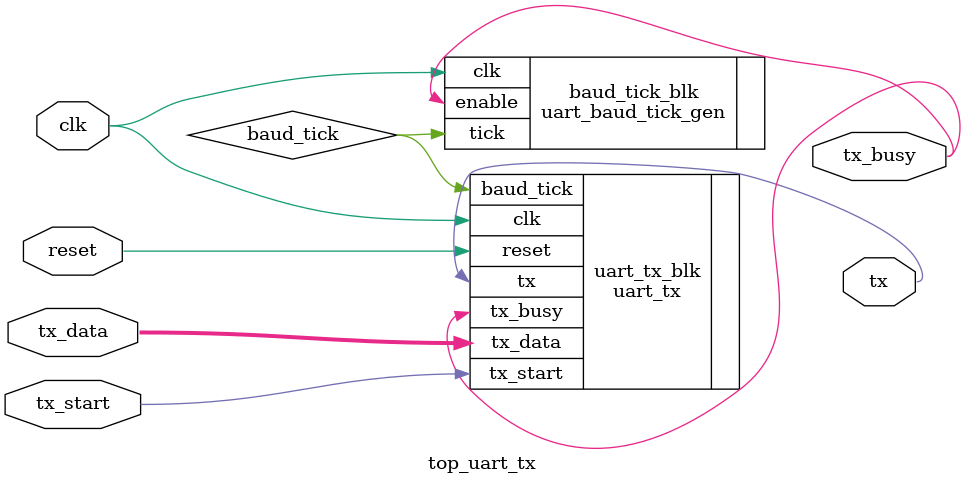
<source format=v>
`timescale 1ns / 1ps

module top_uart_tx
#(
    parameter CLK_FREQUENCY = 100_000_000,
    parameter BAUD_RATE = 115200
)(
    input clk,
    input reset,
    output tx,
    input tx_start,
    input [7:0] tx_data,
    output tx_busy
);

    wire baud_tick;

    // Generador de tick sin oversampling (1x) para TX
    uart_baud_tick_gen #(
        .CLK_FREQUENCY(CLK_FREQUENCY),
        .BAUD_RATE(BAUD_RATE),
        .OVERSAMPLING(1)
    ) baud_tick_blk (
        .clk(clk),
        .enable(tx_busy),
        .tick(baud_tick)
    );

    // Bloque TX
    uart_tx uart_tx_blk (
        .clk(clk),
        .reset(reset),
        .baud_tick(baud_tick),
        .tx(tx),
        .tx_start(tx_start),
        .tx_data(tx_data),
        .tx_busy(tx_busy)
    );

endmodule

</source>
